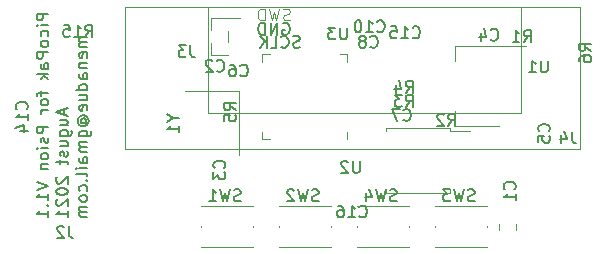
<source format=gbr>
G04 #@! TF.GenerationSoftware,KiCad,Pcbnew,5.1.5+dfsg1-2build2*
G04 #@! TF.CreationDate,2021-08-15T10:11:15+01:00*
G04 #@! TF.ProjectId,picopak,7069636f-7061-46b2-9e6b-696361645f70,rev?*
G04 #@! TF.SameCoordinates,Original*
G04 #@! TF.FileFunction,Legend,Bot*
G04 #@! TF.FilePolarity,Positive*
%FSLAX46Y46*%
G04 Gerber Fmt 4.6, Leading zero omitted, Abs format (unit mm)*
G04 Created by KiCad (PCBNEW 5.1.5+dfsg1-2build2) date 2021-08-15 10:11:15*
%MOMM*%
%LPD*%
G04 APERTURE LIST*
%ADD10C,0.150000*%
%ADD11C,0.100000*%
%ADD12C,0.120000*%
G04 APERTURE END LIST*
D10*
X163302380Y-69773928D02*
X162302380Y-69773928D01*
X162302380Y-70154880D01*
X162350000Y-70250119D01*
X162397619Y-70297738D01*
X162492857Y-70345357D01*
X162635714Y-70345357D01*
X162730952Y-70297738D01*
X162778571Y-70250119D01*
X162826190Y-70154880D01*
X162826190Y-69773928D01*
X163302380Y-70773928D02*
X162635714Y-70773928D01*
X162302380Y-70773928D02*
X162350000Y-70726309D01*
X162397619Y-70773928D01*
X162350000Y-70821547D01*
X162302380Y-70773928D01*
X162397619Y-70773928D01*
X163254761Y-71678690D02*
X163302380Y-71583452D01*
X163302380Y-71392976D01*
X163254761Y-71297738D01*
X163207142Y-71250119D01*
X163111904Y-71202500D01*
X162826190Y-71202500D01*
X162730952Y-71250119D01*
X162683333Y-71297738D01*
X162635714Y-71392976D01*
X162635714Y-71583452D01*
X162683333Y-71678690D01*
X163302380Y-72250119D02*
X163254761Y-72154880D01*
X163207142Y-72107261D01*
X163111904Y-72059642D01*
X162826190Y-72059642D01*
X162730952Y-72107261D01*
X162683333Y-72154880D01*
X162635714Y-72250119D01*
X162635714Y-72392976D01*
X162683333Y-72488214D01*
X162730952Y-72535833D01*
X162826190Y-72583452D01*
X163111904Y-72583452D01*
X163207142Y-72535833D01*
X163254761Y-72488214D01*
X163302380Y-72392976D01*
X163302380Y-72250119D01*
X163302380Y-73012023D02*
X162302380Y-73012023D01*
X162302380Y-73392976D01*
X162350000Y-73488214D01*
X162397619Y-73535833D01*
X162492857Y-73583452D01*
X162635714Y-73583452D01*
X162730952Y-73535833D01*
X162778571Y-73488214D01*
X162826190Y-73392976D01*
X162826190Y-73012023D01*
X163302380Y-74440595D02*
X162778571Y-74440595D01*
X162683333Y-74392976D01*
X162635714Y-74297738D01*
X162635714Y-74107261D01*
X162683333Y-74012023D01*
X163254761Y-74440595D02*
X163302380Y-74345357D01*
X163302380Y-74107261D01*
X163254761Y-74012023D01*
X163159523Y-73964404D01*
X163064285Y-73964404D01*
X162969047Y-74012023D01*
X162921428Y-74107261D01*
X162921428Y-74345357D01*
X162873809Y-74440595D01*
X163302380Y-74916785D02*
X162302380Y-74916785D01*
X162921428Y-75012023D02*
X163302380Y-75297738D01*
X162635714Y-75297738D02*
X163016666Y-74916785D01*
X162635714Y-76345357D02*
X162635714Y-76726309D01*
X163302380Y-76488214D02*
X162445238Y-76488214D01*
X162350000Y-76535833D01*
X162302380Y-76631071D01*
X162302380Y-76726309D01*
X163302380Y-77202500D02*
X163254761Y-77107261D01*
X163207142Y-77059642D01*
X163111904Y-77012023D01*
X162826190Y-77012023D01*
X162730952Y-77059642D01*
X162683333Y-77107261D01*
X162635714Y-77202500D01*
X162635714Y-77345357D01*
X162683333Y-77440595D01*
X162730952Y-77488214D01*
X162826190Y-77535833D01*
X163111904Y-77535833D01*
X163207142Y-77488214D01*
X163254761Y-77440595D01*
X163302380Y-77345357D01*
X163302380Y-77202500D01*
X163302380Y-77964404D02*
X162635714Y-77964404D01*
X162826190Y-77964404D02*
X162730952Y-78012023D01*
X162683333Y-78059642D01*
X162635714Y-78154880D01*
X162635714Y-78250119D01*
X163302380Y-79345357D02*
X162302380Y-79345357D01*
X162302380Y-79726309D01*
X162350000Y-79821547D01*
X162397619Y-79869166D01*
X162492857Y-79916785D01*
X162635714Y-79916785D01*
X162730952Y-79869166D01*
X162778571Y-79821547D01*
X162826190Y-79726309D01*
X162826190Y-79345357D01*
X163254761Y-80297738D02*
X163302380Y-80392976D01*
X163302380Y-80583452D01*
X163254761Y-80678690D01*
X163159523Y-80726309D01*
X163111904Y-80726309D01*
X163016666Y-80678690D01*
X162969047Y-80583452D01*
X162969047Y-80440595D01*
X162921428Y-80345357D01*
X162826190Y-80297738D01*
X162778571Y-80297738D01*
X162683333Y-80345357D01*
X162635714Y-80440595D01*
X162635714Y-80583452D01*
X162683333Y-80678690D01*
X163302380Y-81154880D02*
X162635714Y-81154880D01*
X162302380Y-81154880D02*
X162350000Y-81107261D01*
X162397619Y-81154880D01*
X162350000Y-81202500D01*
X162302380Y-81154880D01*
X162397619Y-81154880D01*
X163302380Y-81773928D02*
X163254761Y-81678690D01*
X163207142Y-81631071D01*
X163111904Y-81583452D01*
X162826190Y-81583452D01*
X162730952Y-81631071D01*
X162683333Y-81678690D01*
X162635714Y-81773928D01*
X162635714Y-81916785D01*
X162683333Y-82012023D01*
X162730952Y-82059642D01*
X162826190Y-82107261D01*
X163111904Y-82107261D01*
X163207142Y-82059642D01*
X163254761Y-82012023D01*
X163302380Y-81916785D01*
X163302380Y-81773928D01*
X162635714Y-82535833D02*
X163302380Y-82535833D01*
X162730952Y-82535833D02*
X162683333Y-82583452D01*
X162635714Y-82678690D01*
X162635714Y-82821547D01*
X162683333Y-82916785D01*
X162778571Y-82964404D01*
X163302380Y-82964404D01*
X162302380Y-84059642D02*
X163302380Y-84392976D01*
X162302380Y-84726309D01*
X163302380Y-85583452D02*
X163302380Y-85012023D01*
X163302380Y-85297738D02*
X162302380Y-85297738D01*
X162445238Y-85202500D01*
X162540476Y-85107261D01*
X162588095Y-85012023D01*
X163207142Y-86012023D02*
X163254761Y-86059642D01*
X163302380Y-86012023D01*
X163254761Y-85964404D01*
X163207142Y-86012023D01*
X163302380Y-86012023D01*
X163302380Y-87012023D02*
X163302380Y-86440595D01*
X163302380Y-86726309D02*
X162302380Y-86726309D01*
X162445238Y-86631071D01*
X162540476Y-86535833D01*
X162588095Y-86440595D01*
X164666666Y-77869166D02*
X164666666Y-78345357D01*
X164952380Y-77773928D02*
X163952380Y-78107261D01*
X164952380Y-78440595D01*
X164285714Y-79202500D02*
X164952380Y-79202500D01*
X164285714Y-78773928D02*
X164809523Y-78773928D01*
X164904761Y-78821547D01*
X164952380Y-78916785D01*
X164952380Y-79059642D01*
X164904761Y-79154880D01*
X164857142Y-79202500D01*
X164285714Y-80107261D02*
X165095238Y-80107261D01*
X165190476Y-80059642D01*
X165238095Y-80012023D01*
X165285714Y-79916785D01*
X165285714Y-79773928D01*
X165238095Y-79678690D01*
X164904761Y-80107261D02*
X164952380Y-80012023D01*
X164952380Y-79821547D01*
X164904761Y-79726309D01*
X164857142Y-79678690D01*
X164761904Y-79631071D01*
X164476190Y-79631071D01*
X164380952Y-79678690D01*
X164333333Y-79726309D01*
X164285714Y-79821547D01*
X164285714Y-80012023D01*
X164333333Y-80107261D01*
X164285714Y-81012023D02*
X164952380Y-81012023D01*
X164285714Y-80583452D02*
X164809523Y-80583452D01*
X164904761Y-80631071D01*
X164952380Y-80726309D01*
X164952380Y-80869166D01*
X164904761Y-80964404D01*
X164857142Y-81012023D01*
X164904761Y-81440595D02*
X164952380Y-81535833D01*
X164952380Y-81726309D01*
X164904761Y-81821547D01*
X164809523Y-81869166D01*
X164761904Y-81869166D01*
X164666666Y-81821547D01*
X164619047Y-81726309D01*
X164619047Y-81583452D01*
X164571428Y-81488214D01*
X164476190Y-81440595D01*
X164428571Y-81440595D01*
X164333333Y-81488214D01*
X164285714Y-81583452D01*
X164285714Y-81726309D01*
X164333333Y-81821547D01*
X164285714Y-82154880D02*
X164285714Y-82535833D01*
X163952380Y-82297738D02*
X164809523Y-82297738D01*
X164904761Y-82345357D01*
X164952380Y-82440595D01*
X164952380Y-82535833D01*
X164047619Y-83583452D02*
X164000000Y-83631071D01*
X163952380Y-83726309D01*
X163952380Y-83964404D01*
X164000000Y-84059642D01*
X164047619Y-84107261D01*
X164142857Y-84154880D01*
X164238095Y-84154880D01*
X164380952Y-84107261D01*
X164952380Y-83535833D01*
X164952380Y-84154880D01*
X163952380Y-84773928D02*
X163952380Y-84869166D01*
X164000000Y-84964404D01*
X164047619Y-85012023D01*
X164142857Y-85059642D01*
X164333333Y-85107261D01*
X164571428Y-85107261D01*
X164761904Y-85059642D01*
X164857142Y-85012023D01*
X164904761Y-84964404D01*
X164952380Y-84869166D01*
X164952380Y-84773928D01*
X164904761Y-84678690D01*
X164857142Y-84631071D01*
X164761904Y-84583452D01*
X164571428Y-84535833D01*
X164333333Y-84535833D01*
X164142857Y-84583452D01*
X164047619Y-84631071D01*
X164000000Y-84678690D01*
X163952380Y-84773928D01*
X164047619Y-85488214D02*
X164000000Y-85535833D01*
X163952380Y-85631071D01*
X163952380Y-85869166D01*
X164000000Y-85964404D01*
X164047619Y-86012023D01*
X164142857Y-86059642D01*
X164238095Y-86059642D01*
X164380952Y-86012023D01*
X164952380Y-85440595D01*
X164952380Y-86059642D01*
X164952380Y-87012023D02*
X164952380Y-86440595D01*
X164952380Y-86726309D02*
X163952380Y-86726309D01*
X164095238Y-86631071D01*
X164190476Y-86535833D01*
X164238095Y-86440595D01*
X166602380Y-71773928D02*
X165935714Y-71773928D01*
X166030952Y-71773928D02*
X165983333Y-71821547D01*
X165935714Y-71916785D01*
X165935714Y-72059642D01*
X165983333Y-72154880D01*
X166078571Y-72202500D01*
X166602380Y-72202500D01*
X166078571Y-72202500D02*
X165983333Y-72250119D01*
X165935714Y-72345357D01*
X165935714Y-72488214D01*
X165983333Y-72583452D01*
X166078571Y-72631071D01*
X166602380Y-72631071D01*
X166554761Y-73488214D02*
X166602380Y-73392976D01*
X166602380Y-73202500D01*
X166554761Y-73107261D01*
X166459523Y-73059642D01*
X166078571Y-73059642D01*
X165983333Y-73107261D01*
X165935714Y-73202500D01*
X165935714Y-73392976D01*
X165983333Y-73488214D01*
X166078571Y-73535833D01*
X166173809Y-73535833D01*
X166269047Y-73059642D01*
X165935714Y-73964404D02*
X166602380Y-73964404D01*
X166030952Y-73964404D02*
X165983333Y-74012023D01*
X165935714Y-74107261D01*
X165935714Y-74250119D01*
X165983333Y-74345357D01*
X166078571Y-74392976D01*
X166602380Y-74392976D01*
X166602380Y-75297738D02*
X166078571Y-75297738D01*
X165983333Y-75250119D01*
X165935714Y-75154880D01*
X165935714Y-74964404D01*
X165983333Y-74869166D01*
X166554761Y-75297738D02*
X166602380Y-75202500D01*
X166602380Y-74964404D01*
X166554761Y-74869166D01*
X166459523Y-74821547D01*
X166364285Y-74821547D01*
X166269047Y-74869166D01*
X166221428Y-74964404D01*
X166221428Y-75202500D01*
X166173809Y-75297738D01*
X166602380Y-76202500D02*
X165602380Y-76202500D01*
X166554761Y-76202500D02*
X166602380Y-76107261D01*
X166602380Y-75916785D01*
X166554761Y-75821547D01*
X166507142Y-75773928D01*
X166411904Y-75726309D01*
X166126190Y-75726309D01*
X166030952Y-75773928D01*
X165983333Y-75821547D01*
X165935714Y-75916785D01*
X165935714Y-76107261D01*
X165983333Y-76202500D01*
X165935714Y-77107261D02*
X166602380Y-77107261D01*
X165935714Y-76678690D02*
X166459523Y-76678690D01*
X166554761Y-76726309D01*
X166602380Y-76821547D01*
X166602380Y-76964404D01*
X166554761Y-77059642D01*
X166507142Y-77107261D01*
X166554761Y-77964404D02*
X166602380Y-77869166D01*
X166602380Y-77678690D01*
X166554761Y-77583452D01*
X166459523Y-77535833D01*
X166078571Y-77535833D01*
X165983333Y-77583452D01*
X165935714Y-77678690D01*
X165935714Y-77869166D01*
X165983333Y-77964404D01*
X166078571Y-78012023D01*
X166173809Y-78012023D01*
X166269047Y-77535833D01*
X166126190Y-79059642D02*
X166078571Y-79012023D01*
X166030952Y-78916785D01*
X166030952Y-78821547D01*
X166078571Y-78726309D01*
X166126190Y-78678690D01*
X166221428Y-78631071D01*
X166316666Y-78631071D01*
X166411904Y-78678690D01*
X166459523Y-78726309D01*
X166507142Y-78821547D01*
X166507142Y-78916785D01*
X166459523Y-79012023D01*
X166411904Y-79059642D01*
X166030952Y-79059642D02*
X166411904Y-79059642D01*
X166459523Y-79107261D01*
X166459523Y-79154880D01*
X166411904Y-79250119D01*
X166316666Y-79297738D01*
X166078571Y-79297738D01*
X165935714Y-79202500D01*
X165840476Y-79059642D01*
X165792857Y-78869166D01*
X165840476Y-78678690D01*
X165935714Y-78535833D01*
X166078571Y-78440595D01*
X166269047Y-78392976D01*
X166459523Y-78440595D01*
X166602380Y-78535833D01*
X166697619Y-78678690D01*
X166745238Y-78869166D01*
X166697619Y-79059642D01*
X166602380Y-79202500D01*
X165935714Y-80154880D02*
X166745238Y-80154880D01*
X166840476Y-80107261D01*
X166888095Y-80059642D01*
X166935714Y-79964404D01*
X166935714Y-79821547D01*
X166888095Y-79726309D01*
X166554761Y-80154880D02*
X166602380Y-80059642D01*
X166602380Y-79869166D01*
X166554761Y-79773928D01*
X166507142Y-79726309D01*
X166411904Y-79678690D01*
X166126190Y-79678690D01*
X166030952Y-79726309D01*
X165983333Y-79773928D01*
X165935714Y-79869166D01*
X165935714Y-80059642D01*
X165983333Y-80154880D01*
X166602380Y-80631071D02*
X165935714Y-80631071D01*
X166030952Y-80631071D02*
X165983333Y-80678690D01*
X165935714Y-80773928D01*
X165935714Y-80916785D01*
X165983333Y-81012023D01*
X166078571Y-81059642D01*
X166602380Y-81059642D01*
X166078571Y-81059642D02*
X165983333Y-81107261D01*
X165935714Y-81202500D01*
X165935714Y-81345357D01*
X165983333Y-81440595D01*
X166078571Y-81488214D01*
X166602380Y-81488214D01*
X166602380Y-82392976D02*
X166078571Y-82392976D01*
X165983333Y-82345357D01*
X165935714Y-82250119D01*
X165935714Y-82059642D01*
X165983333Y-81964404D01*
X166554761Y-82392976D02*
X166602380Y-82297738D01*
X166602380Y-82059642D01*
X166554761Y-81964404D01*
X166459523Y-81916785D01*
X166364285Y-81916785D01*
X166269047Y-81964404D01*
X166221428Y-82059642D01*
X166221428Y-82297738D01*
X166173809Y-82392976D01*
X166602380Y-82869166D02*
X165935714Y-82869166D01*
X165602380Y-82869166D02*
X165650000Y-82821547D01*
X165697619Y-82869166D01*
X165650000Y-82916785D01*
X165602380Y-82869166D01*
X165697619Y-82869166D01*
X166602380Y-83488214D02*
X166554761Y-83392976D01*
X166459523Y-83345357D01*
X165602380Y-83345357D01*
X166507142Y-83869166D02*
X166554761Y-83916785D01*
X166602380Y-83869166D01*
X166554761Y-83821547D01*
X166507142Y-83869166D01*
X166602380Y-83869166D01*
X166554761Y-84773928D02*
X166602380Y-84678690D01*
X166602380Y-84488214D01*
X166554761Y-84392976D01*
X166507142Y-84345357D01*
X166411904Y-84297738D01*
X166126190Y-84297738D01*
X166030952Y-84345357D01*
X165983333Y-84392976D01*
X165935714Y-84488214D01*
X165935714Y-84678690D01*
X165983333Y-84773928D01*
X166602380Y-85345357D02*
X166554761Y-85250119D01*
X166507142Y-85202500D01*
X166411904Y-85154880D01*
X166126190Y-85154880D01*
X166030952Y-85202500D01*
X165983333Y-85250119D01*
X165935714Y-85345357D01*
X165935714Y-85488214D01*
X165983333Y-85583452D01*
X166030952Y-85631071D01*
X166126190Y-85678690D01*
X166411904Y-85678690D01*
X166507142Y-85631071D01*
X166554761Y-85583452D01*
X166602380Y-85488214D01*
X166602380Y-85345357D01*
X166602380Y-86107261D02*
X165935714Y-86107261D01*
X166030952Y-86107261D02*
X165983333Y-86154880D01*
X165935714Y-86250119D01*
X165935714Y-86392976D01*
X165983333Y-86488214D01*
X166078571Y-86535833D01*
X166602380Y-86535833D01*
X166078571Y-86535833D02*
X165983333Y-86583452D01*
X165935714Y-86678690D01*
X165935714Y-86821547D01*
X165983333Y-86916785D01*
X166078571Y-86964404D01*
X166602380Y-86964404D01*
X184590476Y-72604761D02*
X184447619Y-72652380D01*
X184209523Y-72652380D01*
X184114285Y-72604761D01*
X184066666Y-72557142D01*
X184019047Y-72461904D01*
X184019047Y-72366666D01*
X184066666Y-72271428D01*
X184114285Y-72223809D01*
X184209523Y-72176190D01*
X184400000Y-72128571D01*
X184495238Y-72080952D01*
X184542857Y-72033333D01*
X184590476Y-71938095D01*
X184590476Y-71842857D01*
X184542857Y-71747619D01*
X184495238Y-71700000D01*
X184400000Y-71652380D01*
X184161904Y-71652380D01*
X184019047Y-71700000D01*
X183019047Y-72557142D02*
X183066666Y-72604761D01*
X183209523Y-72652380D01*
X183304761Y-72652380D01*
X183447619Y-72604761D01*
X183542857Y-72509523D01*
X183590476Y-72414285D01*
X183638095Y-72223809D01*
X183638095Y-72080952D01*
X183590476Y-71890476D01*
X183542857Y-71795238D01*
X183447619Y-71700000D01*
X183304761Y-71652380D01*
X183209523Y-71652380D01*
X183066666Y-71700000D01*
X183019047Y-71747619D01*
X182114285Y-72652380D02*
X182590476Y-72652380D01*
X182590476Y-71652380D01*
X181780952Y-72652380D02*
X181780952Y-71652380D01*
X181209523Y-72652380D02*
X181638095Y-72080952D01*
X181209523Y-71652380D02*
X181780952Y-72223809D01*
X183161904Y-70600000D02*
X183257142Y-70552380D01*
X183400000Y-70552380D01*
X183542857Y-70600000D01*
X183638095Y-70695238D01*
X183685714Y-70790476D01*
X183733333Y-70980952D01*
X183733333Y-71123809D01*
X183685714Y-71314285D01*
X183638095Y-71409523D01*
X183542857Y-71504761D01*
X183400000Y-71552380D01*
X183304761Y-71552380D01*
X183161904Y-71504761D01*
X183114285Y-71457142D01*
X183114285Y-71123809D01*
X183304761Y-71123809D01*
X182685714Y-71552380D02*
X182685714Y-70552380D01*
X182114285Y-71552380D01*
X182114285Y-70552380D01*
X181638095Y-71552380D02*
X181638095Y-70552380D01*
X181400000Y-70552380D01*
X181257142Y-70600000D01*
X181161904Y-70695238D01*
X181114285Y-70790476D01*
X181066666Y-70980952D01*
X181066666Y-71123809D01*
X181114285Y-71314285D01*
X181161904Y-71409523D01*
X181257142Y-71504761D01*
X181400000Y-71552380D01*
X181638095Y-71552380D01*
D11*
X183757142Y-70304761D02*
X183614285Y-70352380D01*
X183376190Y-70352380D01*
X183280952Y-70304761D01*
X183233333Y-70257142D01*
X183185714Y-70161904D01*
X183185714Y-70066666D01*
X183233333Y-69971428D01*
X183280952Y-69923809D01*
X183376190Y-69876190D01*
X183566666Y-69828571D01*
X183661904Y-69780952D01*
X183709523Y-69733333D01*
X183757142Y-69638095D01*
X183757142Y-69542857D01*
X183709523Y-69447619D01*
X183661904Y-69400000D01*
X183566666Y-69352380D01*
X183328571Y-69352380D01*
X183185714Y-69400000D01*
X182852380Y-69352380D02*
X182614285Y-70352380D01*
X182423809Y-69638095D01*
X182233333Y-70352380D01*
X181995238Y-69352380D01*
X181614285Y-70352380D02*
X181614285Y-69352380D01*
X181376190Y-69352380D01*
X181233333Y-69400000D01*
X181138095Y-69495238D01*
X181090476Y-69590476D01*
X181042857Y-69780952D01*
X181042857Y-69923809D01*
X181090476Y-70114285D01*
X181138095Y-70209523D01*
X181233333Y-70304761D01*
X181376190Y-70352380D01*
X181614285Y-70352380D01*
D12*
X188610000Y-73840000D02*
X188610000Y-73190000D01*
X188610000Y-73190000D02*
X187960000Y-73190000D01*
X181390000Y-79760000D02*
X181390000Y-80410000D01*
X181390000Y-80410000D02*
X182040000Y-80410000D01*
X181390000Y-73840000D02*
X181390000Y-73190000D01*
X181390000Y-73190000D02*
X182040000Y-73190000D01*
X188610000Y-79760000D02*
X188610000Y-80410000D01*
X179400000Y-76300000D02*
X179400000Y-81700000D01*
X174900000Y-76300000D02*
X179400000Y-76300000D01*
X203300000Y-69200000D02*
X203300000Y-69700000D01*
X208300000Y-69200000D02*
X203300000Y-69200000D01*
X176800000Y-69200000D02*
X176800000Y-78200000D01*
X203300000Y-69200000D02*
X176800000Y-69200000D01*
X203300000Y-78200000D02*
X203300000Y-69200000D01*
X176800000Y-78200000D02*
X203300000Y-78200000D01*
X169800000Y-81200000D02*
X208300000Y-81200000D01*
X169800000Y-69200000D02*
X169800000Y-81200000D01*
X208300000Y-69200000D02*
X169800000Y-69200000D01*
X208300000Y-81200000D02*
X208300000Y-69200000D01*
X193800000Y-87850000D02*
X193800000Y-87750000D01*
X189400000Y-86050000D02*
X193800000Y-86050000D01*
X193800000Y-89550000D02*
X189400000Y-89550000D01*
X189400000Y-87850000D02*
X189400000Y-87750000D01*
X200400000Y-87850000D02*
X200400000Y-87750000D01*
X196000000Y-86050000D02*
X200400000Y-86050000D01*
X200400000Y-89550000D02*
X196000000Y-89550000D01*
X196000000Y-87850000D02*
X196000000Y-87750000D01*
X187200000Y-87850000D02*
X187200000Y-87750000D01*
X182800000Y-86050000D02*
X187200000Y-86050000D01*
X187200000Y-89550000D02*
X182800000Y-89550000D01*
X182800000Y-87850000D02*
X182800000Y-87750000D01*
X180600000Y-87850000D02*
X180600000Y-87750000D01*
X176200000Y-86050000D02*
X180600000Y-86050000D01*
X180600000Y-89550000D02*
X176200000Y-89550000D01*
X176200000Y-87850000D02*
X176200000Y-87750000D01*
X178495000Y-71260000D02*
X178495000Y-72140000D01*
X177105000Y-72260000D02*
X177105000Y-73260000D01*
X177105000Y-70140000D02*
X177105000Y-71140000D01*
X177105000Y-73260000D02*
X177105000Y-73260000D01*
X178495000Y-70140000D02*
X178495000Y-70140000D01*
X178495000Y-70140000D02*
X179490000Y-70140000D01*
X178495000Y-73260000D02*
X177105000Y-73260000D01*
X178495000Y-70140000D02*
X177105000Y-70140000D01*
X197325000Y-79735000D02*
X199000000Y-79735000D01*
X197325000Y-79475000D02*
X197325000Y-79735000D01*
X194600000Y-79475000D02*
X197325000Y-79475000D01*
X191875000Y-79475000D02*
X191875000Y-79735000D01*
X194600000Y-79475000D02*
X191875000Y-79475000D01*
X197325000Y-84925000D02*
X197325000Y-84665000D01*
X194600000Y-84925000D02*
X197325000Y-84925000D01*
X191875000Y-84925000D02*
X191875000Y-84665000D01*
X194600000Y-84925000D02*
X191875000Y-84925000D01*
X203700000Y-72490000D02*
X197690000Y-72490000D01*
X201450000Y-79310000D02*
X197690000Y-79310000D01*
X197690000Y-72490000D02*
X197690000Y-73750000D01*
X197690000Y-79310000D02*
X197690000Y-78050000D01*
X202910000Y-87541422D02*
X202910000Y-88058578D01*
X201490000Y-87541422D02*
X201490000Y-88058578D01*
D10*
X200766666Y-71957142D02*
X200814285Y-72004761D01*
X200957142Y-72052380D01*
X201052380Y-72052380D01*
X201195238Y-72004761D01*
X201290476Y-71909523D01*
X201338095Y-71814285D01*
X201385714Y-71623809D01*
X201385714Y-71480952D01*
X201338095Y-71290476D01*
X201290476Y-71195238D01*
X201195238Y-71100000D01*
X201052380Y-71052380D01*
X200957142Y-71052380D01*
X200814285Y-71100000D01*
X200766666Y-71147619D01*
X199909523Y-71385714D02*
X199909523Y-72052380D01*
X200147619Y-71004761D02*
X200385714Y-71719047D01*
X199766666Y-71719047D01*
X177566666Y-74587142D02*
X177614285Y-74634761D01*
X177757142Y-74682380D01*
X177852380Y-74682380D01*
X177995238Y-74634761D01*
X178090476Y-74539523D01*
X178138095Y-74444285D01*
X178185714Y-74253809D01*
X178185714Y-74110952D01*
X178138095Y-73920476D01*
X178090476Y-73825238D01*
X177995238Y-73730000D01*
X177852380Y-73682380D01*
X177757142Y-73682380D01*
X177614285Y-73730000D01*
X177566666Y-73777619D01*
X177185714Y-73777619D02*
X177138095Y-73730000D01*
X177042857Y-73682380D01*
X176804761Y-73682380D01*
X176709523Y-73730000D01*
X176661904Y-73777619D01*
X176614285Y-73872857D01*
X176614285Y-73968095D01*
X176661904Y-74110952D01*
X177233333Y-74682380D01*
X176614285Y-74682380D01*
X178187142Y-82833333D02*
X178234761Y-82785714D01*
X178282380Y-82642857D01*
X178282380Y-82547619D01*
X178234761Y-82404761D01*
X178139523Y-82309523D01*
X178044285Y-82261904D01*
X177853809Y-82214285D01*
X177710952Y-82214285D01*
X177520476Y-82261904D01*
X177425238Y-82309523D01*
X177330000Y-82404761D01*
X177282380Y-82547619D01*
X177282380Y-82642857D01*
X177330000Y-82785714D01*
X177377619Y-82833333D01*
X177282380Y-83166666D02*
X177282380Y-83785714D01*
X177663333Y-83452380D01*
X177663333Y-83595238D01*
X177710952Y-83690476D01*
X177758571Y-83738095D01*
X177853809Y-83785714D01*
X178091904Y-83785714D01*
X178187142Y-83738095D01*
X178234761Y-83690476D01*
X178282380Y-83595238D01*
X178282380Y-83309523D01*
X178234761Y-83214285D01*
X178187142Y-83166666D01*
X205657142Y-79733333D02*
X205704761Y-79685714D01*
X205752380Y-79542857D01*
X205752380Y-79447619D01*
X205704761Y-79304761D01*
X205609523Y-79209523D01*
X205514285Y-79161904D01*
X205323809Y-79114285D01*
X205180952Y-79114285D01*
X204990476Y-79161904D01*
X204895238Y-79209523D01*
X204800000Y-79304761D01*
X204752380Y-79447619D01*
X204752380Y-79542857D01*
X204800000Y-79685714D01*
X204847619Y-79733333D01*
X204752380Y-80638095D02*
X204752380Y-80161904D01*
X205228571Y-80114285D01*
X205180952Y-80161904D01*
X205133333Y-80257142D01*
X205133333Y-80495238D01*
X205180952Y-80590476D01*
X205228571Y-80638095D01*
X205323809Y-80685714D01*
X205561904Y-80685714D01*
X205657142Y-80638095D01*
X205704761Y-80590476D01*
X205752380Y-80495238D01*
X205752380Y-80257142D01*
X205704761Y-80161904D01*
X205657142Y-80114285D01*
X179566666Y-74987142D02*
X179614285Y-75034761D01*
X179757142Y-75082380D01*
X179852380Y-75082380D01*
X179995238Y-75034761D01*
X180090476Y-74939523D01*
X180138095Y-74844285D01*
X180185714Y-74653809D01*
X180185714Y-74510952D01*
X180138095Y-74320476D01*
X180090476Y-74225238D01*
X179995238Y-74130000D01*
X179852380Y-74082380D01*
X179757142Y-74082380D01*
X179614285Y-74130000D01*
X179566666Y-74177619D01*
X178709523Y-74082380D02*
X178900000Y-74082380D01*
X178995238Y-74130000D01*
X179042857Y-74177619D01*
X179138095Y-74320476D01*
X179185714Y-74510952D01*
X179185714Y-74891904D01*
X179138095Y-74987142D01*
X179090476Y-75034761D01*
X178995238Y-75082380D01*
X178804761Y-75082380D01*
X178709523Y-75034761D01*
X178661904Y-74987142D01*
X178614285Y-74891904D01*
X178614285Y-74653809D01*
X178661904Y-74558571D01*
X178709523Y-74510952D01*
X178804761Y-74463333D01*
X178995238Y-74463333D01*
X179090476Y-74510952D01*
X179138095Y-74558571D01*
X179185714Y-74653809D01*
X193366666Y-78757142D02*
X193414285Y-78804761D01*
X193557142Y-78852380D01*
X193652380Y-78852380D01*
X193795238Y-78804761D01*
X193890476Y-78709523D01*
X193938095Y-78614285D01*
X193985714Y-78423809D01*
X193985714Y-78280952D01*
X193938095Y-78090476D01*
X193890476Y-77995238D01*
X193795238Y-77900000D01*
X193652380Y-77852380D01*
X193557142Y-77852380D01*
X193414285Y-77900000D01*
X193366666Y-77947619D01*
X193033333Y-77852380D02*
X192366666Y-77852380D01*
X192795238Y-78852380D01*
X190566666Y-72557142D02*
X190614285Y-72604761D01*
X190757142Y-72652380D01*
X190852380Y-72652380D01*
X190995238Y-72604761D01*
X191090476Y-72509523D01*
X191138095Y-72414285D01*
X191185714Y-72223809D01*
X191185714Y-72080952D01*
X191138095Y-71890476D01*
X191090476Y-71795238D01*
X190995238Y-71700000D01*
X190852380Y-71652380D01*
X190757142Y-71652380D01*
X190614285Y-71700000D01*
X190566666Y-71747619D01*
X189995238Y-72080952D02*
X190090476Y-72033333D01*
X190138095Y-71985714D01*
X190185714Y-71890476D01*
X190185714Y-71842857D01*
X190138095Y-71747619D01*
X190090476Y-71700000D01*
X189995238Y-71652380D01*
X189804761Y-71652380D01*
X189709523Y-71700000D01*
X189661904Y-71747619D01*
X189614285Y-71842857D01*
X189614285Y-71890476D01*
X189661904Y-71985714D01*
X189709523Y-72033333D01*
X189804761Y-72080952D01*
X189995238Y-72080952D01*
X190090476Y-72128571D01*
X190138095Y-72176190D01*
X190185714Y-72271428D01*
X190185714Y-72461904D01*
X190138095Y-72557142D01*
X190090476Y-72604761D01*
X189995238Y-72652380D01*
X189804761Y-72652380D01*
X189709523Y-72604761D01*
X189661904Y-72557142D01*
X189614285Y-72461904D01*
X189614285Y-72271428D01*
X189661904Y-72176190D01*
X189709523Y-72128571D01*
X189804761Y-72080952D01*
X191142857Y-71257142D02*
X191190476Y-71304761D01*
X191333333Y-71352380D01*
X191428571Y-71352380D01*
X191571428Y-71304761D01*
X191666666Y-71209523D01*
X191714285Y-71114285D01*
X191761904Y-70923809D01*
X191761904Y-70780952D01*
X191714285Y-70590476D01*
X191666666Y-70495238D01*
X191571428Y-70400000D01*
X191428571Y-70352380D01*
X191333333Y-70352380D01*
X191190476Y-70400000D01*
X191142857Y-70447619D01*
X190190476Y-71352380D02*
X190761904Y-71352380D01*
X190476190Y-71352380D02*
X190476190Y-70352380D01*
X190571428Y-70495238D01*
X190666666Y-70590476D01*
X190761904Y-70638095D01*
X189571428Y-70352380D02*
X189476190Y-70352380D01*
X189380952Y-70400000D01*
X189333333Y-70447619D01*
X189285714Y-70542857D01*
X189238095Y-70733333D01*
X189238095Y-70971428D01*
X189285714Y-71161904D01*
X189333333Y-71257142D01*
X189380952Y-71304761D01*
X189476190Y-71352380D01*
X189571428Y-71352380D01*
X189666666Y-71304761D01*
X189714285Y-71257142D01*
X189761904Y-71161904D01*
X189809523Y-70971428D01*
X189809523Y-70733333D01*
X189761904Y-70542857D01*
X189714285Y-70447619D01*
X189666666Y-70400000D01*
X189571428Y-70352380D01*
X161457142Y-77857142D02*
X161504761Y-77809523D01*
X161552380Y-77666666D01*
X161552380Y-77571428D01*
X161504761Y-77428571D01*
X161409523Y-77333333D01*
X161314285Y-77285714D01*
X161123809Y-77238095D01*
X160980952Y-77238095D01*
X160790476Y-77285714D01*
X160695238Y-77333333D01*
X160600000Y-77428571D01*
X160552380Y-77571428D01*
X160552380Y-77666666D01*
X160600000Y-77809523D01*
X160647619Y-77857142D01*
X161552380Y-78809523D02*
X161552380Y-78238095D01*
X161552380Y-78523809D02*
X160552380Y-78523809D01*
X160695238Y-78428571D01*
X160790476Y-78333333D01*
X160838095Y-78238095D01*
X160885714Y-79666666D02*
X161552380Y-79666666D01*
X160504761Y-79428571D02*
X161219047Y-79190476D01*
X161219047Y-79809523D01*
X194142857Y-71757142D02*
X194190476Y-71804761D01*
X194333333Y-71852380D01*
X194428571Y-71852380D01*
X194571428Y-71804761D01*
X194666666Y-71709523D01*
X194714285Y-71614285D01*
X194761904Y-71423809D01*
X194761904Y-71280952D01*
X194714285Y-71090476D01*
X194666666Y-70995238D01*
X194571428Y-70900000D01*
X194428571Y-70852380D01*
X194333333Y-70852380D01*
X194190476Y-70900000D01*
X194142857Y-70947619D01*
X193190476Y-71852380D02*
X193761904Y-71852380D01*
X193476190Y-71852380D02*
X193476190Y-70852380D01*
X193571428Y-70995238D01*
X193666666Y-71090476D01*
X193761904Y-71138095D01*
X192285714Y-70852380D02*
X192761904Y-70852380D01*
X192809523Y-71328571D01*
X192761904Y-71280952D01*
X192666666Y-71233333D01*
X192428571Y-71233333D01*
X192333333Y-71280952D01*
X192285714Y-71328571D01*
X192238095Y-71423809D01*
X192238095Y-71661904D01*
X192285714Y-71757142D01*
X192333333Y-71804761D01*
X192428571Y-71852380D01*
X192666666Y-71852380D01*
X192761904Y-71804761D01*
X192809523Y-71757142D01*
X189642857Y-86927142D02*
X189690476Y-86974761D01*
X189833333Y-87022380D01*
X189928571Y-87022380D01*
X190071428Y-86974761D01*
X190166666Y-86879523D01*
X190214285Y-86784285D01*
X190261904Y-86593809D01*
X190261904Y-86450952D01*
X190214285Y-86260476D01*
X190166666Y-86165238D01*
X190071428Y-86070000D01*
X189928571Y-86022380D01*
X189833333Y-86022380D01*
X189690476Y-86070000D01*
X189642857Y-86117619D01*
X188690476Y-87022380D02*
X189261904Y-87022380D01*
X188976190Y-87022380D02*
X188976190Y-86022380D01*
X189071428Y-86165238D01*
X189166666Y-86260476D01*
X189261904Y-86308095D01*
X187833333Y-86022380D02*
X188023809Y-86022380D01*
X188119047Y-86070000D01*
X188166666Y-86117619D01*
X188261904Y-86260476D01*
X188309523Y-86450952D01*
X188309523Y-86831904D01*
X188261904Y-86927142D01*
X188214285Y-86974761D01*
X188119047Y-87022380D01*
X187928571Y-87022380D01*
X187833333Y-86974761D01*
X187785714Y-86927142D01*
X187738095Y-86831904D01*
X187738095Y-86593809D01*
X187785714Y-86498571D01*
X187833333Y-86450952D01*
X187928571Y-86403333D01*
X188119047Y-86403333D01*
X188214285Y-86450952D01*
X188261904Y-86498571D01*
X188309523Y-86593809D01*
X209252380Y-72933333D02*
X208776190Y-72600000D01*
X209252380Y-72361904D02*
X208252380Y-72361904D01*
X208252380Y-72742857D01*
X208300000Y-72838095D01*
X208347619Y-72885714D01*
X208442857Y-72933333D01*
X208585714Y-72933333D01*
X208680952Y-72885714D01*
X208728571Y-72838095D01*
X208776190Y-72742857D01*
X208776190Y-72361904D01*
X208252380Y-73790476D02*
X208252380Y-73600000D01*
X208300000Y-73504761D01*
X208347619Y-73457142D01*
X208490476Y-73361904D01*
X208680952Y-73314285D01*
X209061904Y-73314285D01*
X209157142Y-73361904D01*
X209204761Y-73409523D01*
X209252380Y-73504761D01*
X209252380Y-73695238D01*
X209204761Y-73790476D01*
X209157142Y-73838095D01*
X209061904Y-73885714D01*
X208823809Y-73885714D01*
X208728571Y-73838095D01*
X208680952Y-73790476D01*
X208633333Y-73695238D01*
X208633333Y-73504761D01*
X208680952Y-73409523D01*
X208728571Y-73361904D01*
X208823809Y-73314285D01*
X166442857Y-71722380D02*
X166776190Y-71246190D01*
X167014285Y-71722380D02*
X167014285Y-70722380D01*
X166633333Y-70722380D01*
X166538095Y-70770000D01*
X166490476Y-70817619D01*
X166442857Y-70912857D01*
X166442857Y-71055714D01*
X166490476Y-71150952D01*
X166538095Y-71198571D01*
X166633333Y-71246190D01*
X167014285Y-71246190D01*
X165490476Y-71722380D02*
X166061904Y-71722380D01*
X165776190Y-71722380D02*
X165776190Y-70722380D01*
X165871428Y-70865238D01*
X165966666Y-70960476D01*
X166061904Y-71008095D01*
X164585714Y-70722380D02*
X165061904Y-70722380D01*
X165109523Y-71198571D01*
X165061904Y-71150952D01*
X164966666Y-71103333D01*
X164728571Y-71103333D01*
X164633333Y-71150952D01*
X164585714Y-71198571D01*
X164538095Y-71293809D01*
X164538095Y-71531904D01*
X164585714Y-71627142D01*
X164633333Y-71674761D01*
X164728571Y-71722380D01*
X164966666Y-71722380D01*
X165061904Y-71674761D01*
X165109523Y-71627142D01*
X203566666Y-72152380D02*
X203900000Y-71676190D01*
X204138095Y-72152380D02*
X204138095Y-71152380D01*
X203757142Y-71152380D01*
X203661904Y-71200000D01*
X203614285Y-71247619D01*
X203566666Y-71342857D01*
X203566666Y-71485714D01*
X203614285Y-71580952D01*
X203661904Y-71628571D01*
X203757142Y-71676190D01*
X204138095Y-71676190D01*
X202614285Y-72152380D02*
X203185714Y-72152380D01*
X202900000Y-72152380D02*
X202900000Y-71152380D01*
X202995238Y-71295238D01*
X203090476Y-71390476D01*
X203185714Y-71438095D01*
X188561904Y-70952380D02*
X188561904Y-71761904D01*
X188514285Y-71857142D01*
X188466666Y-71904761D01*
X188371428Y-71952380D01*
X188180952Y-71952380D01*
X188085714Y-71904761D01*
X188038095Y-71857142D01*
X187990476Y-71761904D01*
X187990476Y-70952380D01*
X187609523Y-70952380D02*
X186990476Y-70952380D01*
X187323809Y-71333333D01*
X187180952Y-71333333D01*
X187085714Y-71380952D01*
X187038095Y-71428571D01*
X186990476Y-71523809D01*
X186990476Y-71761904D01*
X187038095Y-71857142D01*
X187085714Y-71904761D01*
X187180952Y-71952380D01*
X187466666Y-71952380D01*
X187561904Y-71904761D01*
X187609523Y-71857142D01*
X173876190Y-78623809D02*
X174352380Y-78623809D01*
X173352380Y-78290476D02*
X173876190Y-78623809D01*
X173352380Y-78957142D01*
X174352380Y-79814285D02*
X174352380Y-79242857D01*
X174352380Y-79528571D02*
X173352380Y-79528571D01*
X173495238Y-79433333D01*
X173590476Y-79338095D01*
X173638095Y-79242857D01*
X207633333Y-79752380D02*
X207633333Y-80466666D01*
X207680952Y-80609523D01*
X207776190Y-80704761D01*
X207919047Y-80752380D01*
X208014285Y-80752380D01*
X206728571Y-80085714D02*
X206728571Y-80752380D01*
X206966666Y-79704761D02*
X207204761Y-80419047D01*
X206585714Y-80419047D01*
X192783333Y-85604761D02*
X192640476Y-85652380D01*
X192402380Y-85652380D01*
X192307142Y-85604761D01*
X192259523Y-85557142D01*
X192211904Y-85461904D01*
X192211904Y-85366666D01*
X192259523Y-85271428D01*
X192307142Y-85223809D01*
X192402380Y-85176190D01*
X192592857Y-85128571D01*
X192688095Y-85080952D01*
X192735714Y-85033333D01*
X192783333Y-84938095D01*
X192783333Y-84842857D01*
X192735714Y-84747619D01*
X192688095Y-84700000D01*
X192592857Y-84652380D01*
X192354761Y-84652380D01*
X192211904Y-84700000D01*
X191878571Y-84652380D02*
X191640476Y-85652380D01*
X191450000Y-84938095D01*
X191259523Y-85652380D01*
X191021428Y-84652380D01*
X190211904Y-84985714D02*
X190211904Y-85652380D01*
X190450000Y-84604761D02*
X190688095Y-85319047D01*
X190069047Y-85319047D01*
X199383333Y-85604761D02*
X199240476Y-85652380D01*
X199002380Y-85652380D01*
X198907142Y-85604761D01*
X198859523Y-85557142D01*
X198811904Y-85461904D01*
X198811904Y-85366666D01*
X198859523Y-85271428D01*
X198907142Y-85223809D01*
X199002380Y-85176190D01*
X199192857Y-85128571D01*
X199288095Y-85080952D01*
X199335714Y-85033333D01*
X199383333Y-84938095D01*
X199383333Y-84842857D01*
X199335714Y-84747619D01*
X199288095Y-84700000D01*
X199192857Y-84652380D01*
X198954761Y-84652380D01*
X198811904Y-84700000D01*
X198478571Y-84652380D02*
X198240476Y-85652380D01*
X198050000Y-84938095D01*
X197859523Y-85652380D01*
X197621428Y-84652380D01*
X197335714Y-84652380D02*
X196716666Y-84652380D01*
X197050000Y-85033333D01*
X196907142Y-85033333D01*
X196811904Y-85080952D01*
X196764285Y-85128571D01*
X196716666Y-85223809D01*
X196716666Y-85461904D01*
X196764285Y-85557142D01*
X196811904Y-85604761D01*
X196907142Y-85652380D01*
X197192857Y-85652380D01*
X197288095Y-85604761D01*
X197335714Y-85557142D01*
X186183333Y-85604761D02*
X186040476Y-85652380D01*
X185802380Y-85652380D01*
X185707142Y-85604761D01*
X185659523Y-85557142D01*
X185611904Y-85461904D01*
X185611904Y-85366666D01*
X185659523Y-85271428D01*
X185707142Y-85223809D01*
X185802380Y-85176190D01*
X185992857Y-85128571D01*
X186088095Y-85080952D01*
X186135714Y-85033333D01*
X186183333Y-84938095D01*
X186183333Y-84842857D01*
X186135714Y-84747619D01*
X186088095Y-84700000D01*
X185992857Y-84652380D01*
X185754761Y-84652380D01*
X185611904Y-84700000D01*
X185278571Y-84652380D02*
X185040476Y-85652380D01*
X184850000Y-84938095D01*
X184659523Y-85652380D01*
X184421428Y-84652380D01*
X184088095Y-84747619D02*
X184040476Y-84700000D01*
X183945238Y-84652380D01*
X183707142Y-84652380D01*
X183611904Y-84700000D01*
X183564285Y-84747619D01*
X183516666Y-84842857D01*
X183516666Y-84938095D01*
X183564285Y-85080952D01*
X184135714Y-85652380D01*
X183516666Y-85652380D01*
X179583333Y-85604761D02*
X179440476Y-85652380D01*
X179202380Y-85652380D01*
X179107142Y-85604761D01*
X179059523Y-85557142D01*
X179011904Y-85461904D01*
X179011904Y-85366666D01*
X179059523Y-85271428D01*
X179107142Y-85223809D01*
X179202380Y-85176190D01*
X179392857Y-85128571D01*
X179488095Y-85080952D01*
X179535714Y-85033333D01*
X179583333Y-84938095D01*
X179583333Y-84842857D01*
X179535714Y-84747619D01*
X179488095Y-84700000D01*
X179392857Y-84652380D01*
X179154761Y-84652380D01*
X179011904Y-84700000D01*
X178678571Y-84652380D02*
X178440476Y-85652380D01*
X178250000Y-84938095D01*
X178059523Y-85652380D01*
X177821428Y-84652380D01*
X176916666Y-85652380D02*
X177488095Y-85652380D01*
X177202380Y-85652380D02*
X177202380Y-84652380D01*
X177297619Y-84795238D01*
X177392857Y-84890476D01*
X177488095Y-84938095D01*
X165033333Y-87752380D02*
X165033333Y-88466666D01*
X165080952Y-88609523D01*
X165176190Y-88704761D01*
X165319047Y-88752380D01*
X165414285Y-88752380D01*
X164604761Y-87847619D02*
X164557142Y-87800000D01*
X164461904Y-87752380D01*
X164223809Y-87752380D01*
X164128571Y-87800000D01*
X164080952Y-87847619D01*
X164033333Y-87942857D01*
X164033333Y-88038095D01*
X164080952Y-88180952D01*
X164652380Y-88752380D01*
X164033333Y-88752380D01*
X175333333Y-72452380D02*
X175333333Y-73166666D01*
X175380952Y-73309523D01*
X175476190Y-73404761D01*
X175619047Y-73452380D01*
X175714285Y-73452380D01*
X174952380Y-72452380D02*
X174333333Y-72452380D01*
X174666666Y-72833333D01*
X174523809Y-72833333D01*
X174428571Y-72880952D01*
X174380952Y-72928571D01*
X174333333Y-73023809D01*
X174333333Y-73261904D01*
X174380952Y-73357142D01*
X174428571Y-73404761D01*
X174523809Y-73452380D01*
X174809523Y-73452380D01*
X174904761Y-73404761D01*
X174952380Y-73357142D01*
X189661904Y-82252380D02*
X189661904Y-83061904D01*
X189614285Y-83157142D01*
X189566666Y-83204761D01*
X189471428Y-83252380D01*
X189280952Y-83252380D01*
X189185714Y-83204761D01*
X189138095Y-83157142D01*
X189090476Y-83061904D01*
X189090476Y-82252380D01*
X188661904Y-82347619D02*
X188614285Y-82300000D01*
X188519047Y-82252380D01*
X188280952Y-82252380D01*
X188185714Y-82300000D01*
X188138095Y-82347619D01*
X188090476Y-82442857D01*
X188090476Y-82538095D01*
X188138095Y-82680952D01*
X188709523Y-83252380D01*
X188090476Y-83252380D01*
X205561904Y-73752380D02*
X205561904Y-74561904D01*
X205514285Y-74657142D01*
X205466666Y-74704761D01*
X205371428Y-74752380D01*
X205180952Y-74752380D01*
X205085714Y-74704761D01*
X205038095Y-74657142D01*
X204990476Y-74561904D01*
X204990476Y-73752380D01*
X203990476Y-74752380D02*
X204561904Y-74752380D01*
X204276190Y-74752380D02*
X204276190Y-73752380D01*
X204371428Y-73895238D01*
X204466666Y-73990476D01*
X204561904Y-74038095D01*
X179182380Y-77948333D02*
X178706190Y-77615000D01*
X179182380Y-77376904D02*
X178182380Y-77376904D01*
X178182380Y-77757857D01*
X178230000Y-77853095D01*
X178277619Y-77900714D01*
X178372857Y-77948333D01*
X178515714Y-77948333D01*
X178610952Y-77900714D01*
X178658571Y-77853095D01*
X178706190Y-77757857D01*
X178706190Y-77376904D01*
X178182380Y-78853095D02*
X178182380Y-78376904D01*
X178658571Y-78329285D01*
X178610952Y-78376904D01*
X178563333Y-78472142D01*
X178563333Y-78710238D01*
X178610952Y-78805476D01*
X178658571Y-78853095D01*
X178753809Y-78900714D01*
X178991904Y-78900714D01*
X179087142Y-78853095D01*
X179134761Y-78805476D01*
X179182380Y-78710238D01*
X179182380Y-78472142D01*
X179134761Y-78376904D01*
X179087142Y-78329285D01*
X193566666Y-76452380D02*
X193900000Y-75976190D01*
X194138095Y-76452380D02*
X194138095Y-75452380D01*
X193757142Y-75452380D01*
X193661904Y-75500000D01*
X193614285Y-75547619D01*
X193566666Y-75642857D01*
X193566666Y-75785714D01*
X193614285Y-75880952D01*
X193661904Y-75928571D01*
X193757142Y-75976190D01*
X194138095Y-75976190D01*
X192709523Y-75785714D02*
X192709523Y-76452380D01*
X192947619Y-75404761D02*
X193185714Y-76119047D01*
X192566666Y-76119047D01*
X193566666Y-77652380D02*
X193900000Y-77176190D01*
X194138095Y-77652380D02*
X194138095Y-76652380D01*
X193757142Y-76652380D01*
X193661904Y-76700000D01*
X193614285Y-76747619D01*
X193566666Y-76842857D01*
X193566666Y-76985714D01*
X193614285Y-77080952D01*
X193661904Y-77128571D01*
X193757142Y-77176190D01*
X194138095Y-77176190D01*
X193233333Y-76652380D02*
X192614285Y-76652380D01*
X192947619Y-77033333D01*
X192804761Y-77033333D01*
X192709523Y-77080952D01*
X192661904Y-77128571D01*
X192614285Y-77223809D01*
X192614285Y-77461904D01*
X192661904Y-77557142D01*
X192709523Y-77604761D01*
X192804761Y-77652380D01*
X193090476Y-77652380D01*
X193185714Y-77604761D01*
X193233333Y-77557142D01*
X197166666Y-79252380D02*
X197500000Y-78776190D01*
X197738095Y-79252380D02*
X197738095Y-78252380D01*
X197357142Y-78252380D01*
X197261904Y-78300000D01*
X197214285Y-78347619D01*
X197166666Y-78442857D01*
X197166666Y-78585714D01*
X197214285Y-78680952D01*
X197261904Y-78728571D01*
X197357142Y-78776190D01*
X197738095Y-78776190D01*
X196785714Y-78347619D02*
X196738095Y-78300000D01*
X196642857Y-78252380D01*
X196404761Y-78252380D01*
X196309523Y-78300000D01*
X196261904Y-78347619D01*
X196214285Y-78442857D01*
X196214285Y-78538095D01*
X196261904Y-78680952D01*
X196833333Y-79252380D01*
X196214285Y-79252380D01*
X202757142Y-84633333D02*
X202804761Y-84585714D01*
X202852380Y-84442857D01*
X202852380Y-84347619D01*
X202804761Y-84204761D01*
X202709523Y-84109523D01*
X202614285Y-84061904D01*
X202423809Y-84014285D01*
X202280952Y-84014285D01*
X202090476Y-84061904D01*
X201995238Y-84109523D01*
X201900000Y-84204761D01*
X201852380Y-84347619D01*
X201852380Y-84442857D01*
X201900000Y-84585714D01*
X201947619Y-84633333D01*
X202852380Y-85585714D02*
X202852380Y-85014285D01*
X202852380Y-85300000D02*
X201852380Y-85300000D01*
X201995238Y-85204761D01*
X202090476Y-85109523D01*
X202138095Y-85014285D01*
M02*

</source>
